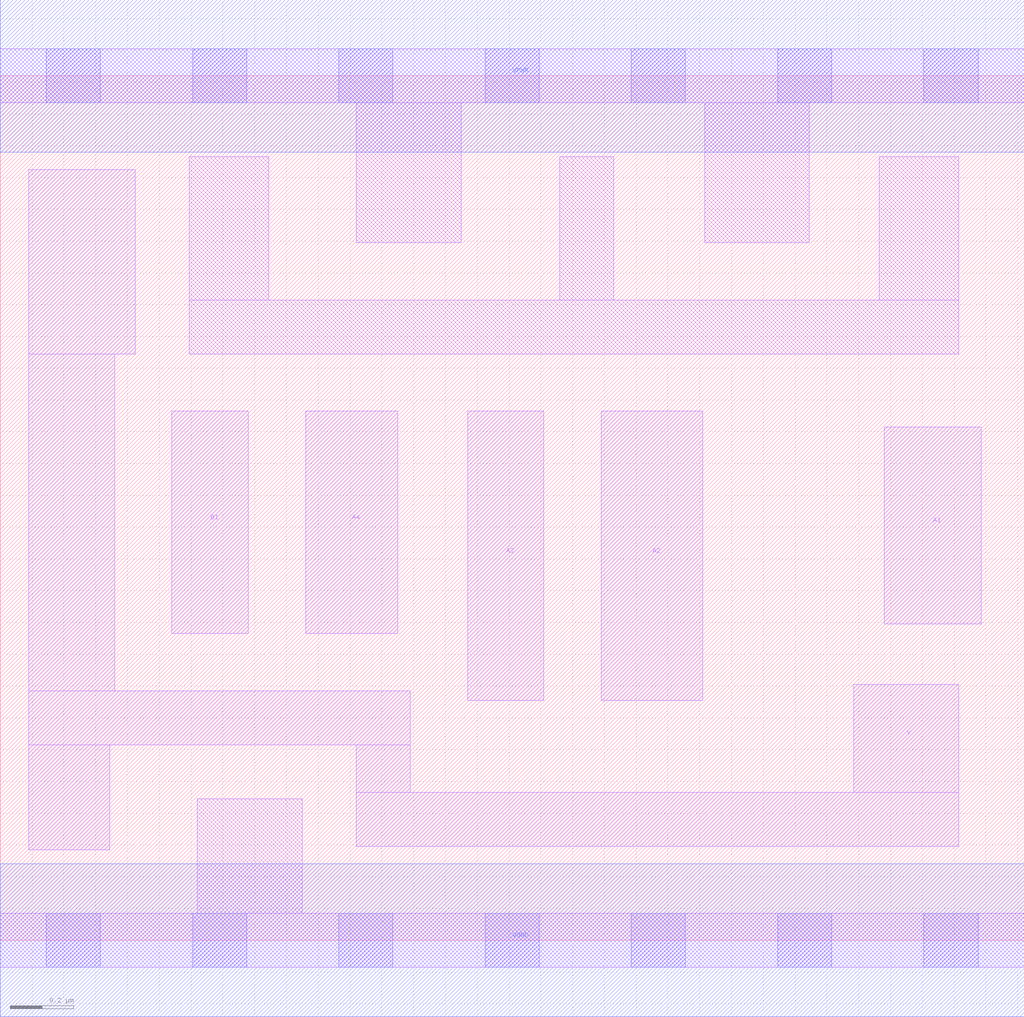
<source format=lef>
# Copyright 2020 The SkyWater PDK Authors
#
# Licensed under the Apache License, Version 2.0 (the "License");
# you may not use this file except in compliance with the License.
# You may obtain a copy of the License at
#
#     https://www.apache.org/licenses/LICENSE-2.0
#
# Unless required by applicable law or agreed to in writing, software
# distributed under the License is distributed on an "AS IS" BASIS,
# WITHOUT WARRANTIES OR CONDITIONS OF ANY KIND, either express or implied.
# See the License for the specific language governing permissions and
# limitations under the License.
#
# SPDX-License-Identifier: Apache-2.0

VERSION 5.7 ;
  NAMESCASESENSITIVE ON ;
  NOWIREEXTENSIONATPIN ON ;
  DIVIDERCHAR "/" ;
  BUSBITCHARS "[]" ;
UNITS
  DATABASE MICRONS 200 ;
END UNITS
MACRO sky130_fd_sc_hd__a41oi_1
  CLASS CORE ;
  SOURCE USER ;
  FOREIGN sky130_fd_sc_hd__a41oi_1 ;
  ORIGIN  0.000000  0.000000 ;
  SIZE  3.220000 BY  2.720000 ;
  SYMMETRY X Y R90 ;
  SITE unithd ;
  PIN A1
    ANTENNAGATEAREA  0.247500 ;
    DIRECTION INPUT ;
    USE SIGNAL ;
    PORT
      LAYER li1 ;
        RECT 2.780000 0.995000 3.085000 1.615000 ;
    END
  END A1
  PIN A2
    ANTENNAGATEAREA  0.247500 ;
    DIRECTION INPUT ;
    USE SIGNAL ;
    PORT
      LAYER li1 ;
        RECT 1.890000 0.755000 2.210000 1.665000 ;
    END
  END A2
  PIN A3
    ANTENNAGATEAREA  0.247500 ;
    DIRECTION INPUT ;
    USE SIGNAL ;
    PORT
      LAYER li1 ;
        RECT 1.470000 0.755000 1.710000 1.665000 ;
    END
  END A3
  PIN A4
    ANTENNAGATEAREA  0.247500 ;
    DIRECTION INPUT ;
    USE SIGNAL ;
    PORT
      LAYER li1 ;
        RECT 0.960000 0.965000 1.250000 1.665000 ;
    END
  END A4
  PIN B1
    ANTENNAGATEAREA  0.247500 ;
    DIRECTION INPUT ;
    USE SIGNAL ;
    PORT
      LAYER li1 ;
        RECT 0.540000 0.965000 0.780000 1.665000 ;
    END
  END B1
  PIN Y
    ANTENNADIFFAREA  0.669500 ;
    DIRECTION OUTPUT ;
    USE SIGNAL ;
    PORT
      LAYER li1 ;
        RECT 0.090000 0.285000 0.345000 0.615000 ;
        RECT 0.090000 0.615000 1.290000 0.785000 ;
        RECT 0.090000 0.785000 0.360000 1.845000 ;
        RECT 0.090000 1.845000 0.425000 2.425000 ;
        RECT 1.120000 0.295000 3.015000 0.465000 ;
        RECT 1.120000 0.465000 1.290000 0.615000 ;
        RECT 2.685000 0.465000 3.015000 0.805000 ;
    END
  END Y
  PIN VGND
    DIRECTION INOUT ;
    SHAPE ABUTMENT ;
    USE GROUND ;
    PORT
      LAYER met1 ;
        RECT 0.000000 -0.240000 3.220000 0.240000 ;
    END
  END VGND
  PIN VPWR
    DIRECTION INOUT ;
    SHAPE ABUTMENT ;
    USE POWER ;
    PORT
      LAYER met1 ;
        RECT 0.000000 2.480000 3.220000 2.960000 ;
    END
  END VPWR
  OBS
    LAYER li1 ;
      RECT 0.000000 -0.085000 3.220000 0.085000 ;
      RECT 0.000000  2.635000 3.220000 2.805000 ;
      RECT 0.595000  1.845000 3.015000 2.015000 ;
      RECT 0.595000  2.015000 0.845000 2.465000 ;
      RECT 0.620000  0.085000 0.950000 0.445000 ;
      RECT 1.120000  2.195000 1.450000 2.635000 ;
      RECT 1.760000  2.015000 1.930000 2.465000 ;
      RECT 2.215000  2.195000 2.545000 2.635000 ;
      RECT 2.765000  2.015000 3.015000 2.465000 ;
    LAYER mcon ;
      RECT 0.145000 -0.085000 0.315000 0.085000 ;
      RECT 0.145000  2.635000 0.315000 2.805000 ;
      RECT 0.605000 -0.085000 0.775000 0.085000 ;
      RECT 0.605000  2.635000 0.775000 2.805000 ;
      RECT 1.065000 -0.085000 1.235000 0.085000 ;
      RECT 1.065000  2.635000 1.235000 2.805000 ;
      RECT 1.525000 -0.085000 1.695000 0.085000 ;
      RECT 1.525000  2.635000 1.695000 2.805000 ;
      RECT 1.985000 -0.085000 2.155000 0.085000 ;
      RECT 1.985000  2.635000 2.155000 2.805000 ;
      RECT 2.445000 -0.085000 2.615000 0.085000 ;
      RECT 2.445000  2.635000 2.615000 2.805000 ;
      RECT 2.905000 -0.085000 3.075000 0.085000 ;
      RECT 2.905000  2.635000 3.075000 2.805000 ;
  END
END sky130_fd_sc_hd__a41oi_1
END LIBRARY

</source>
